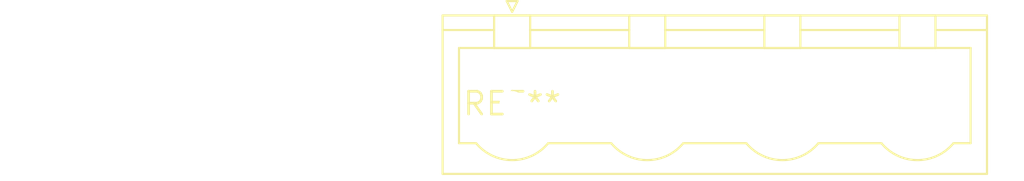
<source format=kicad_pcb>
(kicad_pcb (version 20240108) (generator pcbnew)
  (layers (0 "F.Cu" signal) (31 "B.Cu" signal) (34 "B.Paste" user) (35 "F.Paste" user) (36 "B.SilkS" user "B.Silkscreen") (37 "F.SilkS" user "F.Silkscreen") (38 "B.Mask" user) (39 "F.Mask" user) (44 "Edge.Cuts" user))
  (net 0 "")
  (footprint "PhoenixContact_GMSTBVA_2,5_4-G_1x04_P7.50mm_Vertical" (layer "F.Cu") (at 0 0)
    (property "Reference" "REF**")
    (property "Value" "PhoenixContact_GMSTBVA_2,5_4-G_1x04_P7.50mm_Vertical")
    (fp_line (start -3.86 -4.91) (end -3.86 3.91) (layer "F.SilkS") (stroke (width 0.12)))
    (fp_line (start -3.86 -4.1) (end -1.11 -4.1) (layer "F.SilkS") (stroke (width 0.12)))
    (fp_line (start -3.86 3.91) (end 26.36 3.91) (layer "F.SilkS") (stroke (width 0.12)))
    (fp_line (start -2.95 -3.1) (end 25.45 -3.1) (layer "F.SilkS") (stroke (width 0.12)))
    (fp_line (start -2.95 2.2) (end -2.95 -3.1) (layer "F.SilkS") (stroke (width 0.12)))
    (fp_line (start -2 2.2) (end -2.95 2.2) (layer "F.SilkS") (stroke (width 0.12)))
    (fp_line (start -1 -4.91) (end 1 -4.91) (layer "F.SilkS") (stroke (width 0.12)))
    (fp_line (start -1 -3.1) (end -1 -4.91) (layer "F.SilkS") (stroke (width 0.12)))
    (fp_line (start -0.3 -5.71) (end 0.3 -5.71) (layer "F.SilkS") (stroke (width 0.12)))
    (fp_line (start 0 -5.11) (end -0.3 -5.71) (layer "F.SilkS") (stroke (width 0.12)))
    (fp_line (start 0.3 -5.71) (end 0 -5.11) (layer "F.SilkS") (stroke (width 0.12)))
    (fp_line (start 1 -4.91) (end 1 -3.1) (layer "F.SilkS") (stroke (width 0.12)))
    (fp_line (start 1 -4.1) (end 6.5 -4.1) (layer "F.SilkS") (stroke (width 0.12)))
    (fp_line (start 1 -3.1) (end -1 -3.1) (layer "F.SilkS") (stroke (width 0.12)))
    (fp_line (start 2 2.2) (end 5.5 2.2) (layer "F.SilkS") (stroke (width 0.12)))
    (fp_line (start 6.5 -4.91) (end 8.5 -4.91) (layer "F.SilkS") (stroke (width 0.12)))
    (fp_line (start 6.5 -3.1) (end 6.5 -4.91) (layer "F.SilkS") (stroke (width 0.12)))
    (fp_line (start 8.5 -4.91) (end 8.5 -3.1) (layer "F.SilkS") (stroke (width 0.12)))
    (fp_line (start 8.5 -4.1) (end 14 -4.1) (layer "F.SilkS") (stroke (width 0.12)))
    (fp_line (start 8.5 -3.1) (end 6.5 -3.1) (layer "F.SilkS") (stroke (width 0.12)))
    (fp_line (start 9.5 2.2) (end 13 2.2) (layer "F.SilkS") (stroke (width 0.12)))
    (fp_line (start 14 -4.91) (end 16 -4.91) (layer "F.SilkS") (stroke (width 0.12)))
    (fp_line (start 14 -3.1) (end 14 -4.91) (layer "F.SilkS") (stroke (width 0.12)))
    (fp_line (start 16 -4.91) (end 16 -3.1) (layer "F.SilkS") (stroke (width 0.12)))
    (fp_line (start 16 -4.1) (end 21.5 -4.1) (layer "F.SilkS") (stroke (width 0.12)))
    (fp_line (start 16 -3.1) (end 14 -3.1) (layer "F.SilkS") (stroke (width 0.12)))
    (fp_line (start 17 2.2) (end 20.5 2.2) (layer "F.SilkS") (stroke (width 0.12)))
    (fp_line (start 21.5 -4.91) (end 23.5 -4.91) (layer "F.SilkS") (stroke (width 0.12)))
    (fp_line (start 21.5 -3.1) (end 21.5 -4.91) (layer "F.SilkS") (stroke (width 0.12)))
    (fp_line (start 23.5 -4.91) (end 23.5 -3.1) (layer "F.SilkS") (stroke (width 0.12)))
    (fp_line (start 23.5 -3.1) (end 21.5 -3.1) (layer "F.SilkS") (stroke (width 0.12)))
    (fp_line (start 25.45 -3.1) (end 25.45 2.2) (layer "F.SilkS") (stroke (width 0.12)))
    (fp_line (start 25.45 2.2) (end 24.5 2.2) (layer "F.SilkS") (stroke (width 0.12)))
    (fp_line (start 26.36 -4.91) (end -3.86 -4.91) (layer "F.SilkS") (stroke (width 0.12)))
    (fp_line (start 26.36 -4.1) (end 23.61 -4.1) (layer "F.SilkS") (stroke (width 0.12)))
    (fp_line (start 26.36 3.91) (end 26.36 -4.91) (layer "F.SilkS") (stroke (width 0.12)))
    (fp_arc (start 1.986842 2.215821) (mid -0.010289 3.142758) (end -2 2.2) (layer "F.SilkS") (stroke (width 0.12)))
    (fp_arc (start 9.486842 2.215821) (mid 7.489711 3.142758) (end 5.5 2.2) (layer "F.SilkS") (stroke (width 0.12)))
    (fp_arc (start 16.986842 2.215821) (mid 14.989711 3.142758) (end 13 2.2) (layer "F.SilkS") (stroke (width 0.12)))
    (fp_arc (start 24.486842 2.215821) (mid 22.489711 3.142758) (end 20.5 2.2) (layer "F.SilkS") (stroke (width 0.12)))
    (pad "1" thru_hole roundrect (at 0 0) (size 2 3.6) (drill 1.4) (layers *.Cu *.Mask) (remove_unused_layers) (roundrect_rratio 0.125))
    (pad "2" thru_hole oval (at 7.5 0) (size 2 3.6) (drill 1.4) (layers *.Cu *.Mask) (remove_unused_layers))
    (pad "3" thru_hole oval (at 15 0) (size 2 3.6) (drill 1.4) (layers *.Cu *.Mask) (remove_unused_layers))
    (pad "4" thru_hole oval (at 22.5 0) (size 2 3.6) (drill 1.4) (layers *.Cu *.Mask) (remove_unused_layers))
  )
)
</source>
